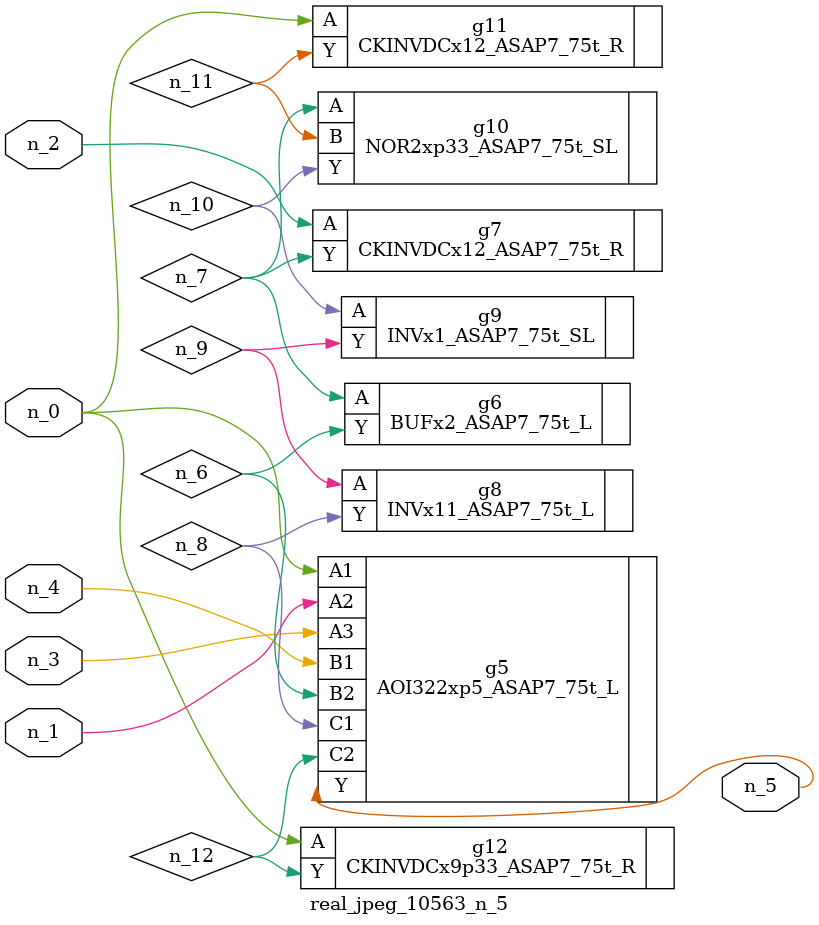
<source format=v>
module real_jpeg_10563_n_5 (n_4, n_0, n_1, n_2, n_3, n_5);

input n_4;
input n_0;
input n_1;
input n_2;
input n_3;

output n_5;

wire n_12;
wire n_8;
wire n_11;
wire n_6;
wire n_7;
wire n_10;
wire n_9;

AOI322xp5_ASAP7_75t_L g5 ( 
.A1(n_0),
.A2(n_1),
.A3(n_3),
.B1(n_4),
.B2(n_6),
.C1(n_8),
.C2(n_12),
.Y(n_5)
);

CKINVDCx12_ASAP7_75t_R g11 ( 
.A(n_0),
.Y(n_11)
);

CKINVDCx9p33_ASAP7_75t_R g12 ( 
.A(n_0),
.Y(n_12)
);

CKINVDCx12_ASAP7_75t_R g7 ( 
.A(n_2),
.Y(n_7)
);

BUFx2_ASAP7_75t_L g6 ( 
.A(n_7),
.Y(n_6)
);

NOR2xp33_ASAP7_75t_SL g10 ( 
.A(n_7),
.B(n_11),
.Y(n_10)
);

INVx11_ASAP7_75t_L g8 ( 
.A(n_9),
.Y(n_8)
);

INVx1_ASAP7_75t_SL g9 ( 
.A(n_10),
.Y(n_9)
);


endmodule
</source>
